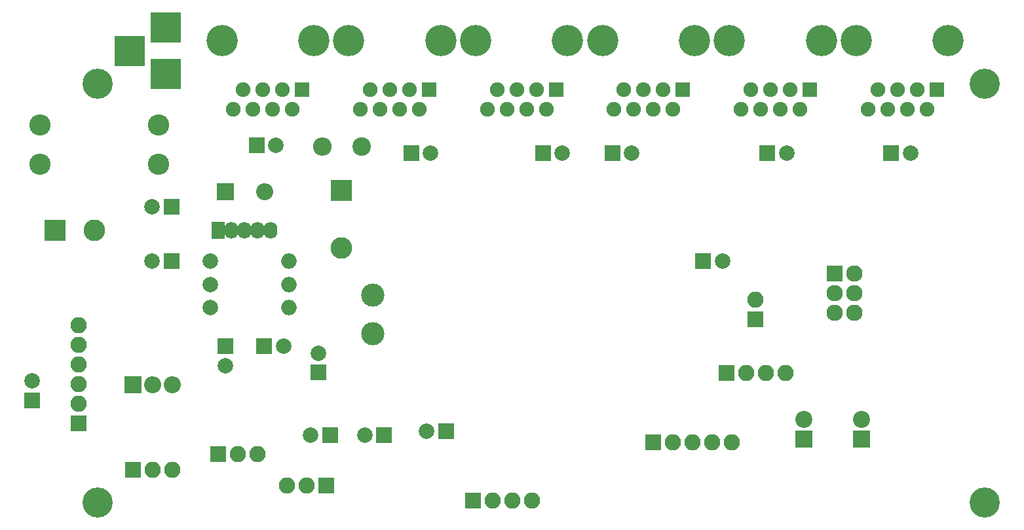
<source format=gbs>
G04 #@! TF.FileFunction,Soldermask,Bot*
%FSLAX46Y46*%
G04 Gerber Fmt 4.6, Leading zero omitted, Abs format (unit mm)*
G04 Created by KiCad (PCBNEW 4.0.6) date 03/05/19 04:52:06*
%MOMM*%
%LPD*%
G01*
G04 APERTURE LIST*
%ADD10C,0.100000*%
%ADD11C,4.050000*%
%ADD12R,1.900000X1.900000*%
%ADD13C,1.900000*%
%ADD14R,2.000000X2.000000*%
%ADD15C,2.000000*%
%ADD16R,2.100000X2.100000*%
%ADD17O,2.100000X2.100000*%
%ADD18R,2.127200X2.127200*%
%ADD19O,2.127200X2.127200*%
%ADD20R,3.900000X3.900000*%
%ADD21R,2.200000X2.200000*%
%ADD22C,2.200000*%
%ADD23C,2.750000*%
%ADD24R,2.800000X2.800000*%
%ADD25C,2.800000*%
%ADD26C,3.900000*%
%ADD27O,2.200000X2.200000*%
%ADD28C,3.000000*%
%ADD29R,1.750000X2.200000*%
%ADD30O,1.750000X2.200000*%
%ADD31O,2.000000X2.000000*%
%ADD32C,2.400000*%
%ADD33O,2.400000X2.400000*%
G04 APERTURE END LIST*
D10*
D11*
X183820000Y-63250000D03*
X195690000Y-63250000D03*
D12*
X194200000Y-69600000D03*
D13*
X192930000Y-72140000D03*
X191660000Y-69600000D03*
X190390000Y-72140000D03*
X189120000Y-69600000D03*
X187850000Y-72140000D03*
X186580000Y-69600000D03*
X185310000Y-72140000D03*
D14*
X95300000Y-91800000D03*
D15*
X92800000Y-91800000D03*
D14*
X115800000Y-114300000D03*
D15*
X113300000Y-114300000D03*
D14*
X122800000Y-114300000D03*
D15*
X120300000Y-114300000D03*
D14*
X164000000Y-91800000D03*
D15*
X166500000Y-91800000D03*
D14*
X130800000Y-113800000D03*
D15*
X128300000Y-113800000D03*
D16*
X134300000Y-122800000D03*
D17*
X136840000Y-122800000D03*
X139380000Y-122800000D03*
X141920000Y-122800000D03*
D16*
X157600000Y-115200000D03*
D17*
X160140000Y-115200000D03*
X162680000Y-115200000D03*
X165220000Y-115200000D03*
X167760000Y-115200000D03*
D18*
X181000000Y-93400000D03*
D19*
X183540000Y-93400000D03*
X181000000Y-95940000D03*
X183540000Y-95940000D03*
X181000000Y-98480000D03*
X183540000Y-98480000D03*
D11*
X167420000Y-63250000D03*
X179290000Y-63250000D03*
D12*
X177800000Y-69600000D03*
D13*
X176530000Y-72140000D03*
X175260000Y-69600000D03*
X173990000Y-72140000D03*
X172720000Y-69600000D03*
X171450000Y-72140000D03*
X170180000Y-69600000D03*
X168910000Y-72140000D03*
D11*
X151020000Y-63250000D03*
X162890000Y-63250000D03*
D12*
X161400000Y-69600000D03*
D13*
X160130000Y-72140000D03*
X158860000Y-69600000D03*
X157590000Y-72140000D03*
X156320000Y-69600000D03*
X155050000Y-72140000D03*
X153780000Y-69600000D03*
X152510000Y-72140000D03*
D11*
X134620000Y-63250000D03*
X146490000Y-63250000D03*
D12*
X145000000Y-69600000D03*
D13*
X143730000Y-72140000D03*
X142460000Y-69600000D03*
X141190000Y-72140000D03*
X139920000Y-69600000D03*
X138650000Y-72140000D03*
X137380000Y-69600000D03*
X136110000Y-72140000D03*
D11*
X118220000Y-63250000D03*
X130090000Y-63250000D03*
D12*
X128600000Y-69600000D03*
D13*
X127330000Y-72140000D03*
X126060000Y-69600000D03*
X124790000Y-72140000D03*
X123520000Y-69600000D03*
X122250000Y-72140000D03*
X120980000Y-69600000D03*
X119710000Y-72140000D03*
D11*
X101820000Y-63250000D03*
X113690000Y-63250000D03*
D12*
X112200000Y-69600000D03*
D13*
X110930000Y-72140000D03*
X109660000Y-69600000D03*
X108390000Y-72140000D03*
X107120000Y-69600000D03*
X105850000Y-72140000D03*
X104580000Y-69600000D03*
X103310000Y-72140000D03*
D20*
X94600000Y-67600000D03*
X94600000Y-61600000D03*
X89900000Y-64600000D03*
D16*
X115300000Y-120800000D03*
D17*
X112760000Y-120800000D03*
X110220000Y-120800000D03*
D21*
X184500000Y-114800000D03*
D22*
X184500000Y-112260000D03*
D21*
X177000000Y-114800000D03*
D22*
X177000000Y-112260000D03*
D16*
X101300000Y-116800000D03*
D17*
X103840000Y-116800000D03*
X106380000Y-116800000D03*
D16*
X90300000Y-118800000D03*
D17*
X92840000Y-118800000D03*
X95380000Y-118800000D03*
D16*
X170800000Y-99300000D03*
D17*
X170800000Y-96760000D03*
D16*
X167050000Y-106300000D03*
D17*
X169590000Y-106300000D03*
X172130000Y-106300000D03*
X174670000Y-106300000D03*
D23*
X93620000Y-74200000D03*
X93620000Y-79280000D03*
X78300000Y-74200000D03*
X78300000Y-79280000D03*
D16*
X83300000Y-112800000D03*
D17*
X83300000Y-110260000D03*
X83300000Y-107720000D03*
X83300000Y-105180000D03*
X83300000Y-102640000D03*
X83300000Y-100100000D03*
D24*
X80300000Y-87800000D03*
D25*
X85300000Y-87800000D03*
D26*
X85800000Y-123000000D03*
X200400000Y-123000000D03*
X200400000Y-68800000D03*
X85800000Y-68800000D03*
D21*
X90300000Y-107800000D03*
D27*
X92840000Y-107800000D03*
X95380000Y-107800000D03*
D21*
X102300000Y-82800000D03*
D27*
X107380000Y-82800000D03*
D28*
X121300000Y-96200000D03*
X121300000Y-101200000D03*
D29*
X101300000Y-87800000D03*
D30*
X103000000Y-87800000D03*
X104700000Y-87800000D03*
X106400000Y-87800000D03*
X108100000Y-87800000D03*
D24*
X117300000Y-82600000D03*
D25*
X117300000Y-90100000D03*
D15*
X100300000Y-97800000D03*
D31*
X110460000Y-97800000D03*
D15*
X100300000Y-91800000D03*
D31*
X110460000Y-91800000D03*
D15*
X100300000Y-94800000D03*
D31*
X110460000Y-94800000D03*
D14*
X107300000Y-102800000D03*
D15*
X109800000Y-102800000D03*
D14*
X95300000Y-84800000D03*
D15*
X92800000Y-84800000D03*
D32*
X119900000Y-77000000D03*
D33*
X114820000Y-77000000D03*
D14*
X114300000Y-106200000D03*
D15*
X114300000Y-103700000D03*
D14*
X102300000Y-102800000D03*
D15*
X102300000Y-105300000D03*
D14*
X77300000Y-109800000D03*
D15*
X77300000Y-107300000D03*
D14*
X172300000Y-77800000D03*
D15*
X174800000Y-77800000D03*
D14*
X188300000Y-77800000D03*
D15*
X190800000Y-77800000D03*
D14*
X152300000Y-77800000D03*
D15*
X154800000Y-77800000D03*
D14*
X106300000Y-76800000D03*
D15*
X108800000Y-76800000D03*
D14*
X126300000Y-77800000D03*
D15*
X128800000Y-77800000D03*
D14*
X143300000Y-77800000D03*
D15*
X145800000Y-77800000D03*
M02*

</source>
